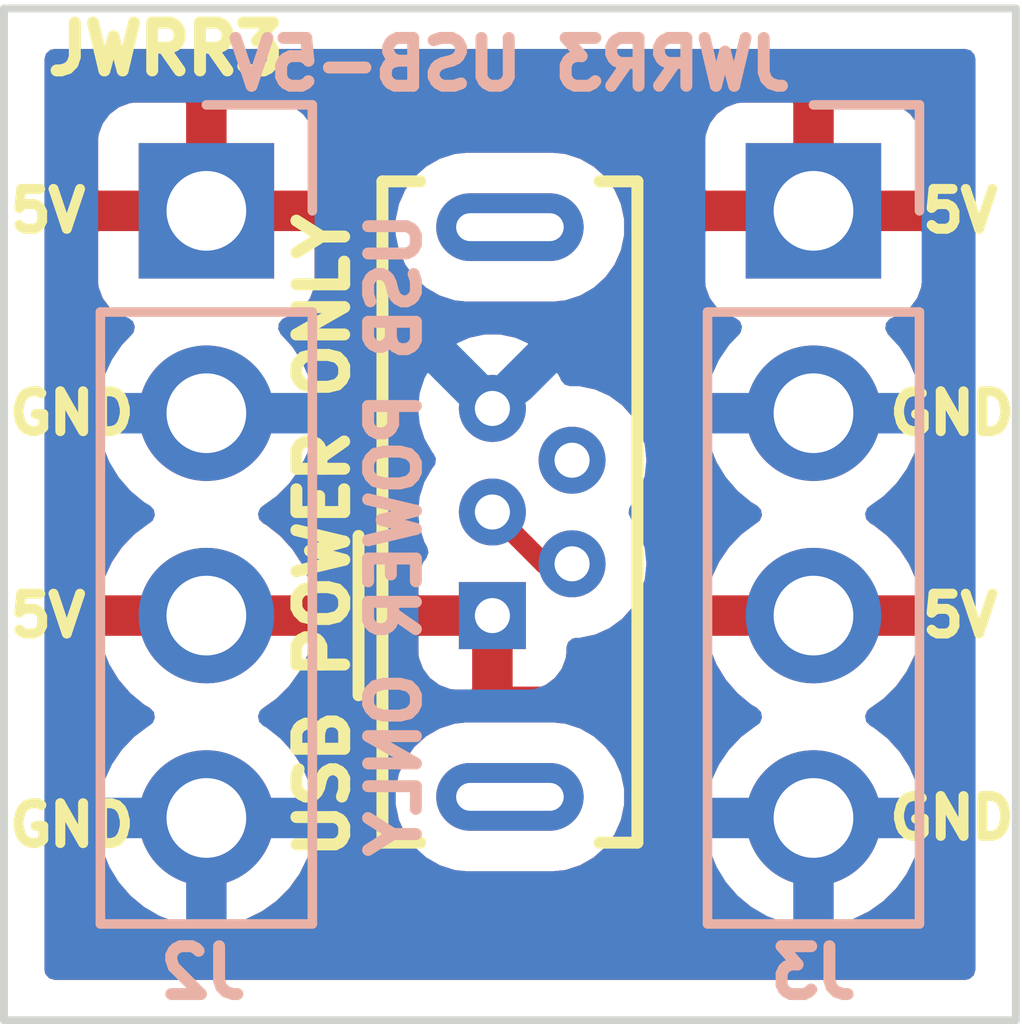
<source format=kicad_pcb>
(kicad_pcb (version 20211014) (generator pcbnew)
  (layers (0 "F.Cu" signal) (31 "B.Cu" signal) (34 "B.Paste" user) (35 "F.Paste" user) (36 "B.SilkS" user "B.Silkscreen") (37 "F.SilkS" user "F.Silkscreen") (38 "B.Mask" user) (39 "F.Mask" user) (44 "Edge.Cuts" user))
  (net 0 "")
  (net 1 "Net-(J1-Pad2)")
  (net 4 "/VCC")
  (net 5 "/GND")
  (footprint "Connector_USB:USB_Micro-B_Wuerth_614105150721_Vertical" (layer "F.Cu") (at 120.43 71.12 90)
    (fp_text reference "J1" hide)
    (fp_text value "USB_B_Micro" hide)
    (fp_line (start -1 -1.68) (end 1 -1.68) (layer "F.SilkS") (width 0.15))
    (fp_line (start -2.85 1.82) (end 5.45 1.82) (layer "F.SilkS") (width 0.15))
    (fp_line (start 5.45 -1.38) (end 5.45 -0.905) (layer "F.SilkS") (width 0.15))
    (fp_line (start -2.85 -1.38) (end 5.45 -1.38) (layer "F.SilkS") (width 0.15))
    (fp_line (start -2.85 -0.905) (end -2.85 -1.38) (layer "F.SilkS") (width 0.15))
    (fp_line (start 5.45 1.82) (end 5.45 1.345) (layer "F.SilkS") (width 0.15))
    (fp_line (start -2.85 1.345) (end -2.85 1.82) (layer "F.SilkS") (width 0.15))
    (pad "1" thru_hole rect (at 0 0 90) (size 0.84 0.84) (drill 0.44) (layers *.Cu *.Mask) (net 4 "/VCC"))
    (pad "2" thru_hole circle (at 0.65 1 90) (size 0.84 0.84) (drill 0.44) (layers *.Cu *.Mask) (net 1 "Net-(J1-Pad2)"))
    (pad "3" thru_hole circle (at 1.3 0 90) (size 0.84 0.84) (drill 0.44) (layers *.Cu *.Mask) (net 1 "Net-(J1-Pad2)"))
    (pad "4" thru_hole circle (at 1.95 1 90) (size 0.84 0.84) (drill 0.44) (layers *.Cu *.Mask))
    (pad "5" thru_hole circle (at 2.6 0 90) (size 0.84 0.84) (drill 0.44) (layers *.Cu *.Mask) (net 5 "/GND"))
    (pad "6" thru_hole oval (at -2.275 0.22 90) (size 0.85 1.85) (drill oval 0.35 1.35) (layers *.Cu *.Mask))
    (pad "6" thru_hole oval (at 4.875 0.22 90) (size 0.85 1.85) (drill oval 0.35 1.35) (layers *.Cu *.Mask))
  )
  (footprint "Connector_PinHeader_2.54mm:PinHeader_1x04_P2.54mm_Vertical" (layer "B.Cu") (at 116.84 66.04 180)
    (fp_text reference "J2" (at 0.04 -9.56) (layer "B.SilkS") (effects (font (size 0.6 0.6)) (justify mirror)))
    (fp_text value "Conn_01x04" hide)
    (fp_line (start -1.33 1.33) (end 0 1.33) (layer "B.SilkS") (width 0.12))
    (fp_line (start -1.33 -1.27) (end 1.33 -1.27) (layer "B.SilkS") (width 0.12))
    (fp_line (start -1.33 -8.95) (end 1.33 -8.95) (layer "B.SilkS") (width 0.12))
    (fp_line (start 1.33 -1.27) (end 1.33 -8.95) (layer "B.SilkS") (width 0.12))
    (fp_line (start -1.33 -1.27) (end -1.33 -8.95) (layer "B.SilkS") (width 0.12))
    (fp_line (start -1.33 0) (end -1.33 1.33) (layer "B.SilkS") (width 0.12))
    (pad "1" thru_hole rect (at 0 0 180) (size 1.7 1.7) (drill 1) (layers *.Cu *.Mask) (net 4 "/VCC"))
    (pad "2" thru_hole oval (at 0 -2.54 180) (size 1.7 1.7) (drill 1) (layers *.Cu *.Mask) (net 5 "/GND"))
    (pad "3" thru_hole oval (at 0 -5.08 180) (size 1.7 1.7) (drill 1) (layers *.Cu *.Mask) (net 4 "/VCC"))
    (pad "4" thru_hole oval (at 0 -7.62 180) (size 1.7 1.7) (drill 1) (layers *.Cu *.Mask) (net 5 "/GND"))
  )
  (footprint "Connector_PinHeader_2.54mm:PinHeader_1x04_P2.54mm_Vertical" (layer "B.Cu") (at 124.46 66.04 180)
    (fp_text reference "J3" (at 0 -9.56) (layer "B.SilkS") (effects (font (size 0.6 0.6)) (justify mirror)))
    (fp_text value "Conn_01x04" hide)
    (fp_line (start -1.33 0) (end -1.33 1.33) (layer "B.SilkS") (width 0.12))
    (fp_line (start -1.33 1.33) (end 0 1.33) (layer "B.SilkS") (width 0.12))
    (fp_line (start 1.33 -1.27) (end 1.33 -8.95) (layer "B.SilkS") (width 0.12))
    (fp_line (start -1.33 -8.95) (end 1.33 -8.95) (layer "B.SilkS") (width 0.12))
    (fp_line (start -1.33 -1.27) (end 1.33 -1.27) (layer "B.SilkS") (width 0.12))
    (fp_line (start -1.33 -1.27) (end -1.33 -8.95) (layer "B.SilkS") (width 0.12))
    (pad "1" thru_hole rect (at 0 0 180) (size 1.7 1.7) (drill 1) (layers *.Cu *.Mask) (net 4 "/VCC"))
    (pad "2" thru_hole oval (at 0 -2.54 180) (size 1.7 1.7) (drill 1) (layers *.Cu *.Mask) (net 5 "/GND"))
    (pad "3" thru_hole oval (at 0 -5.08 180) (size 1.7 1.7) (drill 1) (layers *.Cu *.Mask) (net 4 "/VCC"))
    (pad "4" thru_hole oval (at 0 -7.62 180) (size 1.7 1.7) (drill 1) (layers *.Cu *.Mask) (net 5 "/GND"))
  )
  (gr_rect (start 114.3 63.5) (end 127 76.2) (layer "Edge.Cuts") (width 0.1) (fill none))
  (gr_text "USB POWER ONLY" (at 119.2 70.104 90) (layer "B.SilkS") (effects (font (size 0.6 0.6)) (justify mirror)))
  (gr_text "JWRR3 USB-5V" (at 120.65 64.2) (layer "B.SilkS") (effects (font (size 0.6 0.6)) (justify mirror)))
  (gr_text "GND" (at 126.2 68.58) (layer "F.SilkS") (effects (font (size 0.5 0.5) (thickness 0.125))))
  (gr_text "5V" (at 114.85 66.04) (layer "F.SilkS") (effects (font (size 0.5 0.5) (thickness 0.125))))
  (gr_text "USB POWER ONLY" (at 118.3 70.12 90) (layer "F.SilkS") (effects (font (size 0.6 0.6))))
  (gr_text "GND" (at 115.15 68.58) (layer "F.SilkS") (effects (font (size 0.5 0.5) (thickness 0.125))))
  (gr_text "5V" (at 126.3 66.04) (layer "F.SilkS") (effects (font (size 0.5 0.5) (thickness 0.125))))
  (gr_text "5V" (at 114.85 71.12) (layer "F.SilkS") (effects (font (size 0.5 0.5) (thickness 0.125))))
  (gr_text "5V" (at 126.3 71.12) (layer "F.SilkS") (effects (font (size 0.5 0.5) (thickness 0.125))))
  (gr_text "GND" (at 115.15 73.75) (layer "F.SilkS") (effects (font (size 0.5 0.5) (thickness 0.125))))
  (gr_text "JWRR3" (at 116.332 64.008) (layer "F.SilkS") (effects (font (size 0.6 0.6))))
  (gr_text "GND" (at 126.2 73.66) (layer "F.SilkS") (effects (font (size 0.5 0.5) (thickness 0.125))))
  (segment (start 121.43 70.47) (end 121.08 70.47) (width 0.25) (layer "F.Cu") (net 1))
  (segment (start 121.08 70.47) (end 120.43 69.82) (width 0.25) (layer "F.Cu") (net 1))
  (segment (start 124.46 71.12) (end 122.936 71.12) (width 0.25) (layer "F.Cu") (net 4))
  (segment (start 115.316 66.04) (end 116.84 66.04) (width 0.25) (layer "F.Cu") (net 4))
  (segment (start 124.46 66.04) (end 125.984 66.04) (width 0.25) (layer "F.Cu") (net 4))
  (segment (start 115.316 71.12) (end 115.316 66.04) (width 0.25) (layer "F.Cu") (net 4))
  (segment (start 120.396 72.136) (end 120.396 71.154) (width 0.25) (layer "F.Cu") (net 4))
  (segment (start 121.92 72.136) (end 120.396 72.136) (width 0.25) (layer "F.Cu") (net 4))
  (segment (start 125.984 71.12) (end 124.46 71.12) (width 0.25) (layer "F.Cu") (net 4))
  (segment (start 120.396 71.154) (end 120.43 71.12) (width 0.25) (layer "F.Cu") (net 4))
  (segment (start 125.984 66.04) (end 125.984 71.12) (width 0.25) (layer "F.Cu") (net 4))
  (segment (start 116.84 71.12) (end 115.316 71.12) (width 0.25) (layer "F.Cu") (net 4))
  (segment (start 116.84 71.12) (end 120.43 71.12) (width 0.25) (layer "F.Cu") (net 4))
  (segment (start 122.936 71.12) (end 121.92 72.136) (width 0.25) (layer "F.Cu") (net 4))
  (segment (start 116.84 68.58) (end 118.872 68.58) (width 0.25) (layer "B.Cu") (net 5))
  (segment (start 124.46 68.58) (end 125.984 68.58) (width 0.25) (layer "B.Cu") (net 5))
  (segment (start 118.872 68.58) (end 119.22 68.232) (width 0.25) (layer "B.Cu") (net 5))
  (segment (start 119.22 67.31) (end 120.43 68.52) (width 0.25) (layer "B.Cu") (net 5))
  (segment (start 121.666 67.31) (end 121.64 67.31) (width 0.25) (layer "B.Cu") (net 5))
  (segment (start 125.984 73.66) (end 124.46 73.66) (width 0.25) (layer "B.Cu") (net 5))
  (segment (start 115.316 68.58) (end 116.84 68.58) (width 0.25) (layer "B.Cu") (net 5))
  (segment (start 116.84 73.66) (end 115.316 73.66) (width 0.25) (layer "B.Cu") (net 5))
  (segment (start 121.64 67.31) (end 120.43 68.52) (width 0.25) (layer "B.Cu") (net 5))
  (segment (start 115.316 73.66) (end 115.316 68.58) (width 0.25) (layer "B.Cu") (net 5))
  (segment (start 119.22 68.232) (end 119.22 67.31) (width 0.25) (layer "B.Cu") (net 5))
  (segment (start 122.936 68.58) (end 121.666 67.31) (width 0.25) (layer "B.Cu") (net 5))
  (segment (start 124.46 68.58) (end 122.936 68.58) (width 0.25) (layer "B.Cu") (net 5))
  (segment (start 125.984 68.58) (end 125.984 73.66) (width 0.25) (layer "B.Cu") (net 5))
  (zone (net 4) (net_name "/VCC") (layer "F.Cu") (connect_pads (clearance 0.508)) (min_thickness 0.254) (fill yes (thermal_gap 0.508) (thermal_bridge_width 0.508))
    (polygon (pts (xy 127 76.2) (xy 114.3 76.2) (xy 114.3 63.5) (xy 127 63.5)))
  )
  (zone (net 5) (net_name "/GND") (layer "B.Cu") (connect_pads (clearance 0.508)) (min_thickness 0.254) (fill yes (thermal_gap 0.508) (thermal_bridge_width 0.508))
    (polygon (pts (xy 127 76.2) (xy 114.3 76.2) (xy 114.3 63.5) (xy 127 63.5)))
  )
)
</source>
